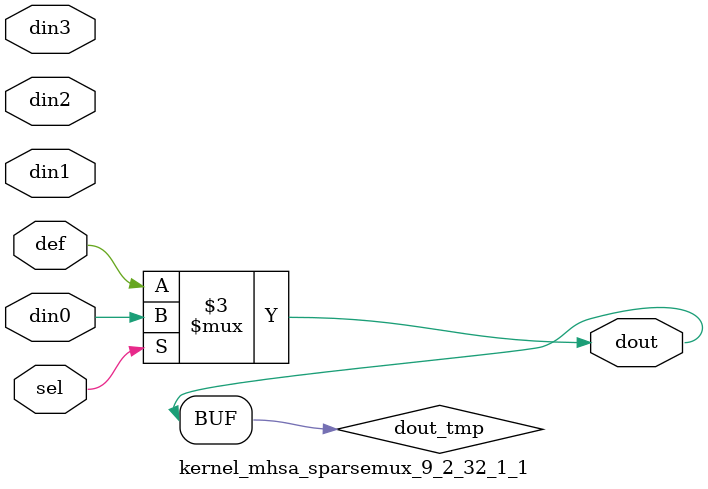
<source format=v>
`timescale 1ns / 1ps

module kernel_mhsa_sparsemux_9_2_32_1_1 (din0,din1,din2,din3,def,sel,dout);

parameter din0_WIDTH = 1;

parameter din1_WIDTH = 1;

parameter din2_WIDTH = 1;

parameter din3_WIDTH = 1;

parameter def_WIDTH = 1;
parameter sel_WIDTH = 1;
parameter dout_WIDTH = 1;

parameter [sel_WIDTH-1:0] CASE0 = 1;

parameter [sel_WIDTH-1:0] CASE1 = 1;

parameter [sel_WIDTH-1:0] CASE2 = 1;

parameter [sel_WIDTH-1:0] CASE3 = 1;

parameter ID = 1;
parameter NUM_STAGE = 1;



input [din0_WIDTH-1:0] din0;

input [din1_WIDTH-1:0] din1;

input [din2_WIDTH-1:0] din2;

input [din3_WIDTH-1:0] din3;

input [def_WIDTH-1:0] def;
input [sel_WIDTH-1:0] sel;

output [dout_WIDTH-1:0] dout;



reg [dout_WIDTH-1:0] dout_tmp;


always @ (*) begin
(* parallel_case *) case (sel)
    
    CASE0 : dout_tmp = din0;
    
    CASE1 : dout_tmp = din1;
    
    CASE2 : dout_tmp = din2;
    
    CASE3 : dout_tmp = din3;
    
    default : dout_tmp = def;
endcase
end


assign dout = dout_tmp;



endmodule

</source>
